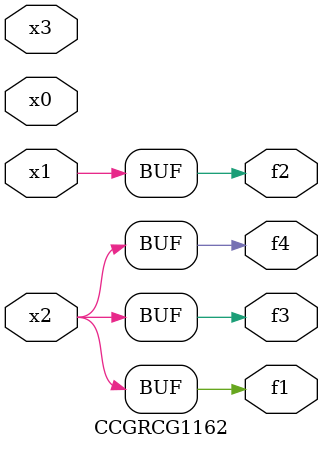
<source format=v>
module CCGRCG1162(
	input x0, x1, x2, x3,
	output f1, f2, f3, f4
);
	assign f1 = x2;
	assign f2 = x1;
	assign f3 = x2;
	assign f4 = x2;
endmodule

</source>
